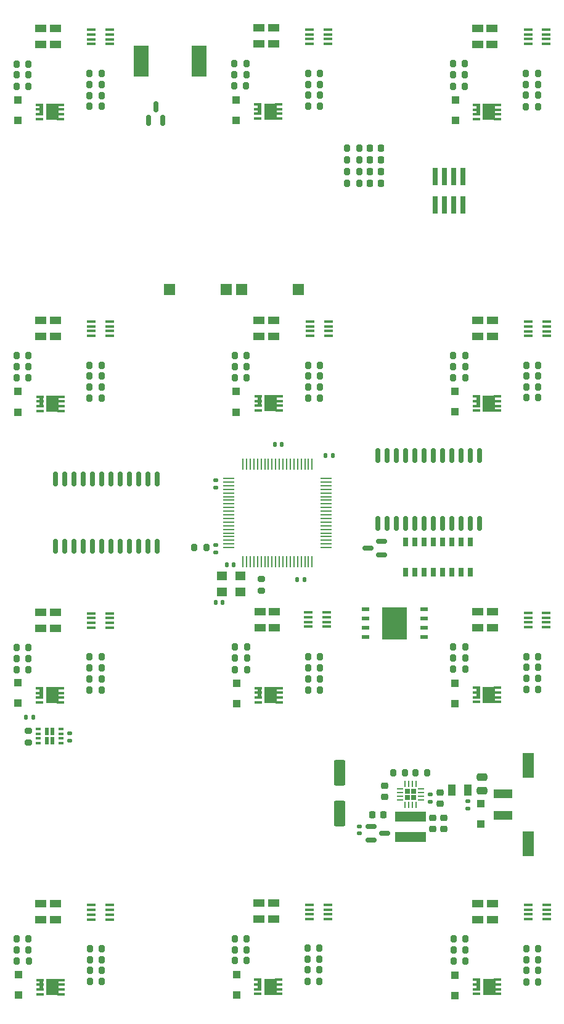
<source format=gtp>
G04 #@! TF.GenerationSoftware,KiCad,Pcbnew,6.0.10-86aedd382b~118~ubuntu20.04.1*
G04 #@! TF.CreationDate,2023-01-07T15:43:11+01:00*
G04 #@! TF.ProjectId,IOB_V3,494f425f-5633-42e6-9b69-6361645f7063,rev?*
G04 #@! TF.SameCoordinates,Original*
G04 #@! TF.FileFunction,Paste,Top*
G04 #@! TF.FilePolarity,Positive*
%FSLAX46Y46*%
G04 Gerber Fmt 4.6, Leading zero omitted, Abs format (unit mm)*
G04 Created by KiCad (PCBNEW 6.0.10-86aedd382b~118~ubuntu20.04.1) date 2023-01-07 15:43:11*
%MOMM*%
%LPD*%
G01*
G04 APERTURE LIST*
G04 Aperture macros list*
%AMRoundRect*
0 Rectangle with rounded corners*
0 $1 Rounding radius*
0 $2 $3 $4 $5 $6 $7 $8 $9 X,Y pos of 4 corners*
0 Add a 4 corners polygon primitive as box body*
4,1,4,$2,$3,$4,$5,$6,$7,$8,$9,$2,$3,0*
0 Add four circle primitives for the rounded corners*
1,1,$1+$1,$2,$3*
1,1,$1+$1,$4,$5*
1,1,$1+$1,$6,$7*
1,1,$1+$1,$8,$9*
0 Add four rect primitives between the rounded corners*
20,1,$1+$1,$2,$3,$4,$5,0*
20,1,$1+$1,$4,$5,$6,$7,0*
20,1,$1+$1,$6,$7,$8,$9,0*
20,1,$1+$1,$8,$9,$2,$3,0*%
G04 Aperture macros list end*
%ADD10RoundRect,0.062500X0.062500X-0.675000X0.062500X0.675000X-0.062500X0.675000X-0.062500X-0.675000X0*%
%ADD11RoundRect,0.062500X0.675000X-0.062500X0.675000X0.062500X-0.675000X0.062500X-0.675000X-0.062500X0*%
%ADD12R,1.200000X0.450000*%
%ADD13RoundRect,0.190000X0.190000X0.190000X-0.190000X0.190000X-0.190000X-0.190000X0.190000X-0.190000X0*%
%ADD14RoundRect,0.062500X0.325000X0.062500X-0.325000X0.062500X-0.325000X-0.062500X0.325000X-0.062500X0*%
%ADD15RoundRect,0.062500X0.062500X0.325000X-0.062500X0.325000X-0.062500X-0.325000X0.062500X-0.325000X0*%
%ADD16RoundRect,0.140000X-0.140000X-0.170000X0.140000X-0.170000X0.140000X0.170000X-0.140000X0.170000X0*%
%ADD17RoundRect,0.200000X0.200000X0.275000X-0.200000X0.275000X-0.200000X-0.275000X0.200000X-0.275000X0*%
%ADD18RoundRect,0.200000X-0.200000X-0.275000X0.200000X-0.275000X0.200000X0.275000X-0.200000X0.275000X0*%
%ADD19R,0.740000X2.400000*%
%ADD20RoundRect,0.218750X0.218750X0.256250X-0.218750X0.256250X-0.218750X-0.256250X0.218750X-0.256250X0*%
%ADD21RoundRect,0.140000X0.170000X-0.140000X0.170000X0.140000X-0.170000X0.140000X-0.170000X-0.140000X0*%
%ADD22R,1.000000X0.340000*%
%ADD23R,0.500000X1.640000*%
%ADD24R,1.710000X2.290000*%
%ADD25R,1.500000X1.000000*%
%ADD26R,1.000000X0.500000*%
%ADD27R,3.500000X4.500000*%
%ADD28R,1.100000X1.100000*%
%ADD29RoundRect,0.150000X0.587500X0.150000X-0.587500X0.150000X-0.587500X-0.150000X0.587500X-0.150000X0*%
%ADD30RoundRect,0.150000X0.150000X-0.587500X0.150000X0.587500X-0.150000X0.587500X-0.150000X-0.587500X0*%
%ADD31R,2.000000X4.200000*%
%ADD32RoundRect,0.250000X0.550000X-1.500000X0.550000X1.500000X-0.550000X1.500000X-0.550000X-1.500000X0*%
%ADD33RoundRect,0.225000X0.250000X-0.225000X0.250000X0.225000X-0.250000X0.225000X-0.250000X-0.225000X0*%
%ADD34RoundRect,0.225000X0.225000X0.250000X-0.225000X0.250000X-0.225000X-0.250000X0.225000X-0.250000X0*%
%ADD35RoundRect,0.200000X0.275000X-0.200000X0.275000X0.200000X-0.275000X0.200000X-0.275000X-0.200000X0*%
%ADD36R,0.760000X1.270000*%
%ADD37RoundRect,0.150000X-0.587500X-0.150000X0.587500X-0.150000X0.587500X0.150000X-0.587500X0.150000X0*%
%ADD38RoundRect,0.250000X0.475000X-0.250000X0.475000X0.250000X-0.475000X0.250000X-0.475000X-0.250000X0*%
%ADD39RoundRect,0.150000X-0.150000X0.875000X-0.150000X-0.875000X0.150000X-0.875000X0.150000X0.875000X0*%
%ADD40R,2.540000X1.270000*%
%ADD41R,1.650000X3.430000*%
%ADD42RoundRect,0.140000X0.140000X0.170000X-0.140000X0.170000X-0.140000X-0.170000X0.140000X-0.170000X0*%
%ADD43R,4.200000X1.400000*%
%ADD44R,0.600000X1.000000*%
%ADD45R,0.650000X0.350000*%
%ADD46R,1.500000X1.500000*%
%ADD47RoundRect,0.140000X-0.170000X0.140000X-0.170000X-0.140000X0.170000X-0.140000X0.170000X0.140000X0*%
%ADD48R,1.400000X1.200000*%
%ADD49RoundRect,0.225000X-0.250000X0.225000X-0.250000X-0.225000X0.250000X-0.225000X0.250000X0.225000X0*%
%ADD50R,1.000000X1.500000*%
G04 APERTURE END LIST*
D10*
X105250000Y-106687500D03*
X105750000Y-106687500D03*
X106250000Y-106687500D03*
X106750000Y-106687500D03*
X107250000Y-106687500D03*
X107750000Y-106687500D03*
X108250000Y-106687500D03*
X108750000Y-106687500D03*
X109250000Y-106687500D03*
X109750000Y-106687500D03*
X110250000Y-106687500D03*
X110750000Y-106687500D03*
X111250000Y-106687500D03*
X111750000Y-106687500D03*
X112250000Y-106687500D03*
X112750000Y-106687500D03*
X113250000Y-106687500D03*
X113750000Y-106687500D03*
X114250000Y-106687500D03*
X114750000Y-106687500D03*
D11*
X116687500Y-104750000D03*
X116687500Y-104250000D03*
X116687500Y-103750000D03*
X116687500Y-103250000D03*
X116687500Y-102750000D03*
X116687500Y-102250000D03*
X116687500Y-101750000D03*
X116687500Y-101250000D03*
X116687500Y-100750000D03*
X116687500Y-100250000D03*
X116687500Y-99750000D03*
X116687500Y-99250000D03*
X116687500Y-98750000D03*
X116687500Y-98250000D03*
X116687500Y-97750000D03*
X116687500Y-97250000D03*
X116687500Y-96750000D03*
X116687500Y-96250000D03*
X116687500Y-95750000D03*
X116687500Y-95250000D03*
D10*
X114750000Y-93312500D03*
X114250000Y-93312500D03*
X113750000Y-93312500D03*
X113250000Y-93312500D03*
X112750000Y-93312500D03*
X112250000Y-93312500D03*
X111750000Y-93312500D03*
X111250000Y-93312500D03*
X110750000Y-93312500D03*
X110250000Y-93312500D03*
X109750000Y-93312500D03*
X109250000Y-93312500D03*
X108750000Y-93312500D03*
X108250000Y-93312500D03*
X107750000Y-93312500D03*
X107250000Y-93312500D03*
X106750000Y-93312500D03*
X106250000Y-93312500D03*
X105750000Y-93312500D03*
X105250000Y-93312500D03*
D11*
X103312500Y-95250000D03*
X103312500Y-95750000D03*
X103312500Y-96250000D03*
X103312500Y-96750000D03*
X103312500Y-97250000D03*
X103312500Y-97750000D03*
X103312500Y-98250000D03*
X103312500Y-98750000D03*
X103312500Y-99250000D03*
X103312500Y-99750000D03*
X103312500Y-100250000D03*
X103312500Y-100750000D03*
X103312500Y-101250000D03*
X103312500Y-101750000D03*
X103312500Y-102250000D03*
X103312500Y-102750000D03*
X103312500Y-103250000D03*
X103312500Y-103750000D03*
X103312500Y-104250000D03*
X103312500Y-104750000D03*
D12*
X144460000Y-153765000D03*
X144460000Y-154415000D03*
X144460000Y-155065000D03*
X144460000Y-155715000D03*
X146960000Y-155715000D03*
X146960000Y-155065000D03*
X146960000Y-154415000D03*
X146960000Y-153765000D03*
X114420000Y-153745000D03*
X114420000Y-154395000D03*
X114420000Y-155045000D03*
X114420000Y-155695000D03*
X116920000Y-155695000D03*
X116920000Y-155045000D03*
X116920000Y-154395000D03*
X116920000Y-153745000D03*
X84430000Y-153795000D03*
X84430000Y-154445000D03*
X84430000Y-155095000D03*
X84430000Y-155745000D03*
X86930000Y-155745000D03*
X86930000Y-155095000D03*
X86930000Y-154445000D03*
X86930000Y-153795000D03*
X144410000Y-113695000D03*
X144410000Y-114345000D03*
X144410000Y-114995000D03*
X144410000Y-115645000D03*
X146910000Y-115645000D03*
X146910000Y-114995000D03*
X146910000Y-114345000D03*
X146910000Y-113695000D03*
X114240000Y-113645000D03*
X114240000Y-114295000D03*
X114240000Y-114945000D03*
X114240000Y-115595000D03*
X116740000Y-115595000D03*
X116740000Y-114945000D03*
X116740000Y-114295000D03*
X116740000Y-113645000D03*
X84450000Y-113775000D03*
X84450000Y-114425000D03*
X84450000Y-115075000D03*
X84450000Y-115725000D03*
X86950000Y-115725000D03*
X86950000Y-115075000D03*
X86950000Y-114425000D03*
X86950000Y-113775000D03*
X144440000Y-73775000D03*
X144440000Y-74425000D03*
X144440000Y-75075000D03*
X144440000Y-75725000D03*
X146940000Y-75725000D03*
X146940000Y-75075000D03*
X146940000Y-74425000D03*
X146940000Y-73775000D03*
X114470000Y-73735000D03*
X114470000Y-74385000D03*
X114470000Y-75035000D03*
X114470000Y-75685000D03*
X116970000Y-75685000D03*
X116970000Y-75035000D03*
X116970000Y-74385000D03*
X116970000Y-73735000D03*
X84440000Y-73735000D03*
X84440000Y-74385000D03*
X84440000Y-75035000D03*
X84440000Y-75685000D03*
X86940000Y-75685000D03*
X86940000Y-75035000D03*
X86940000Y-74385000D03*
X86940000Y-73735000D03*
X144410000Y-33705000D03*
X144410000Y-34355000D03*
X144410000Y-35005000D03*
X144410000Y-35655000D03*
X146910000Y-35655000D03*
X146910000Y-35005000D03*
X146910000Y-34355000D03*
X146910000Y-33705000D03*
X114420000Y-33695000D03*
X114420000Y-34345000D03*
X114420000Y-34995000D03*
X114420000Y-35645000D03*
X116920000Y-35645000D03*
X116920000Y-34995000D03*
X116920000Y-34345000D03*
X116920000Y-33695000D03*
X84450000Y-33725000D03*
X84450000Y-34375000D03*
X84450000Y-35025000D03*
X84450000Y-35675000D03*
X86950000Y-35675000D03*
X86950000Y-35025000D03*
X86950000Y-34375000D03*
X86950000Y-33725000D03*
D13*
X127835000Y-138160000D03*
X128715000Y-139040000D03*
X127835000Y-139040000D03*
X128715000Y-138160000D03*
D14*
X129737500Y-139350000D03*
X129737500Y-138850000D03*
X129737500Y-138350000D03*
X129737500Y-137850000D03*
D15*
X129025000Y-137137500D03*
X128525000Y-137137500D03*
X128025000Y-137137500D03*
X127525000Y-137137500D03*
D14*
X126812500Y-137850000D03*
X126812500Y-138350000D03*
X126812500Y-138850000D03*
X126812500Y-139350000D03*
D15*
X127525000Y-140062500D03*
X128025000Y-140062500D03*
X128525000Y-140062500D03*
X129025000Y-140062500D03*
D16*
X101520000Y-112250000D03*
X102480000Y-112250000D03*
D17*
X85850000Y-164250000D03*
X84200000Y-164250000D03*
D18*
X144175000Y-161250000D03*
X145825000Y-161250000D03*
X134125000Y-119850000D03*
X135775000Y-119850000D03*
D19*
X131670000Y-57750000D03*
X131670000Y-53850000D03*
X132940000Y-57750000D03*
X132940000Y-53850000D03*
X134210000Y-57750000D03*
X134210000Y-53850000D03*
X135480000Y-57750000D03*
X135480000Y-53850000D03*
D20*
X124237500Y-54800000D03*
X122662500Y-54800000D03*
D21*
X101500000Y-105380000D03*
X101500000Y-104420000D03*
D17*
X127525000Y-135650000D03*
X125875000Y-135650000D03*
X145825000Y-124175000D03*
X144175000Y-124175000D03*
X145775000Y-44250000D03*
X144125000Y-44250000D03*
D18*
X84175000Y-122750000D03*
X85825000Y-122750000D03*
X134125000Y-118350000D03*
X135775000Y-118350000D03*
X144175000Y-162750000D03*
X145825000Y-162750000D03*
D22*
X77290000Y-124675000D03*
X77290000Y-124025000D03*
X77290000Y-125325000D03*
D23*
X77540000Y-124675000D03*
D22*
X77290000Y-125975000D03*
X80190000Y-124025000D03*
X80190000Y-125325000D03*
X80190000Y-125975000D03*
D24*
X79035000Y-125000000D03*
D22*
X80190000Y-124675000D03*
D20*
X124237500Y-51550000D03*
X122662500Y-51550000D03*
D25*
X107450000Y-33475000D03*
X107450000Y-35675000D03*
D17*
X75775000Y-41450000D03*
X74125000Y-41450000D03*
D18*
X144125000Y-42700000D03*
X145775000Y-42700000D03*
D25*
X107625000Y-113550000D03*
X107625000Y-115750000D03*
D26*
X130100000Y-117015000D03*
X130100000Y-115745000D03*
X130100000Y-114475000D03*
X130100000Y-113205000D03*
X122100000Y-113205000D03*
X122100000Y-114475000D03*
X122100000Y-115745000D03*
X122100000Y-117015000D03*
D27*
X126100000Y-115110000D03*
D18*
X114175000Y-42700000D03*
X115825000Y-42700000D03*
D17*
X135725000Y-41450000D03*
X134075000Y-41450000D03*
D18*
X104125000Y-78400000D03*
X105775000Y-78400000D03*
X144125000Y-39700000D03*
X145775000Y-39700000D03*
D17*
X105750000Y-161400000D03*
X104100000Y-161400000D03*
D28*
X134325000Y-126125000D03*
X134325000Y-123325000D03*
D18*
X134175000Y-158450000D03*
X135825000Y-158450000D03*
D25*
X107475000Y-153525000D03*
X107475000Y-155725000D03*
D29*
X124262500Y-105775000D03*
X124262500Y-103875000D03*
X122387500Y-104825000D03*
D23*
X77540000Y-44650000D03*
D22*
X77290000Y-45300000D03*
X77290000Y-44000000D03*
X77290000Y-44650000D03*
X77290000Y-45950000D03*
D24*
X79035000Y-44975000D03*
D22*
X80190000Y-45950000D03*
X80190000Y-44650000D03*
X80190000Y-44000000D03*
X80190000Y-45300000D03*
D18*
X114175000Y-82725000D03*
X115825000Y-82725000D03*
D17*
X105800000Y-121475000D03*
X104150000Y-121475000D03*
D28*
X134400000Y-166200000D03*
X134400000Y-163400000D03*
D21*
X121275000Y-143955000D03*
X121275000Y-142995000D03*
D25*
X77500000Y-33525000D03*
X77500000Y-35725000D03*
D18*
X104075000Y-39875000D03*
X105725000Y-39875000D03*
D30*
X92325000Y-46162500D03*
X94225000Y-46162500D03*
X93275000Y-44287500D03*
D18*
X84175000Y-81225000D03*
X85825000Y-81225000D03*
X114175000Y-121225000D03*
X115825000Y-121225000D03*
X134125000Y-78400000D03*
X135775000Y-78400000D03*
D25*
X79525000Y-153575000D03*
X79525000Y-155775000D03*
D17*
X105700000Y-41425000D03*
X104050000Y-41425000D03*
D18*
X104100000Y-158400000D03*
X105750000Y-158400000D03*
D17*
X100225000Y-104750000D03*
X98575000Y-104750000D03*
D25*
X109575000Y-113550000D03*
X109575000Y-115750000D03*
D18*
X144175000Y-119700000D03*
X145825000Y-119700000D03*
D16*
X109610000Y-90600000D03*
X110570000Y-90600000D03*
D21*
X81412500Y-131205000D03*
X81412500Y-130245000D03*
D17*
X75775000Y-81475000D03*
X74125000Y-81475000D03*
D31*
X91250000Y-38000000D03*
X99250000Y-38000000D03*
D18*
X144175000Y-159750000D03*
X145825000Y-159750000D03*
D22*
X137315000Y-125275000D03*
X137315000Y-124625000D03*
D23*
X137565000Y-124625000D03*
D22*
X137315000Y-123975000D03*
X137315000Y-125925000D03*
X140215000Y-124625000D03*
X140215000Y-125925000D03*
X140215000Y-123975000D03*
X140215000Y-125275000D03*
D24*
X139060000Y-124950000D03*
D25*
X109500000Y-153525000D03*
X109500000Y-155725000D03*
D17*
X75825000Y-161475000D03*
X74175000Y-161475000D03*
D18*
X119575000Y-53175000D03*
X121225000Y-53175000D03*
D32*
X118500000Y-141250000D03*
X118500000Y-135650000D03*
D18*
X114125000Y-159700000D03*
X115775000Y-159700000D03*
D33*
X132350000Y-139875000D03*
X132350000Y-138325000D03*
D28*
X134450000Y-46125000D03*
X134450000Y-43325000D03*
D22*
X77340000Y-164050000D03*
D23*
X77590000Y-164700000D03*
D22*
X77340000Y-164700000D03*
X77340000Y-165350000D03*
X77340000Y-166000000D03*
X80240000Y-164700000D03*
D24*
X79085000Y-165025000D03*
D22*
X80240000Y-165350000D03*
X80240000Y-164050000D03*
X80240000Y-166000000D03*
D18*
X114175000Y-39700000D03*
X115825000Y-39700000D03*
D34*
X124575000Y-141400000D03*
X123025000Y-141400000D03*
D18*
X104125000Y-79925000D03*
X105775000Y-79925000D03*
D35*
X75737500Y-131500000D03*
X75737500Y-129850000D03*
D17*
X85825000Y-124250000D03*
X84175000Y-124250000D03*
D25*
X139500000Y-113500000D03*
X139500000Y-115700000D03*
X77500000Y-73550000D03*
X77500000Y-75750000D03*
D18*
X144175000Y-122650000D03*
X145825000Y-122650000D03*
X114125000Y-162675000D03*
X115775000Y-162675000D03*
D22*
X107290000Y-43950000D03*
D23*
X107540000Y-44600000D03*
D22*
X107290000Y-44600000D03*
X107290000Y-45250000D03*
X107290000Y-45900000D03*
D24*
X109035000Y-44925000D03*
D22*
X110190000Y-45250000D03*
X110190000Y-44600000D03*
X110190000Y-45900000D03*
X110190000Y-43950000D03*
D18*
X144175000Y-121175000D03*
X145825000Y-121175000D03*
D17*
X145825000Y-84200000D03*
X144175000Y-84200000D03*
D18*
X84175000Y-39750000D03*
X85825000Y-39750000D03*
D36*
X127605000Y-108100000D03*
X128875000Y-108100000D03*
X130145000Y-108100000D03*
X131415000Y-108100000D03*
X132685000Y-108100000D03*
X133955000Y-108100000D03*
X135225000Y-108100000D03*
X136495000Y-108100000D03*
X136495000Y-104000000D03*
X135225000Y-104000000D03*
X133955000Y-104000000D03*
X132685000Y-104000000D03*
X131415000Y-104000000D03*
X130145000Y-104000000D03*
X128875000Y-104000000D03*
X127605000Y-104000000D03*
D17*
X135775000Y-81450000D03*
X134125000Y-81450000D03*
D22*
X77340000Y-84700000D03*
X77340000Y-84050000D03*
X77340000Y-85350000D03*
D23*
X77590000Y-84700000D03*
D22*
X77340000Y-86000000D03*
X80240000Y-84050000D03*
X80240000Y-84700000D03*
X80240000Y-86000000D03*
D24*
X79085000Y-85025000D03*
D22*
X80240000Y-85350000D03*
D18*
X84200000Y-162750000D03*
X85850000Y-162750000D03*
X74150000Y-159950000D03*
X75800000Y-159950000D03*
X119575000Y-51550000D03*
X121225000Y-51550000D03*
D17*
X115775000Y-164225000D03*
X114125000Y-164225000D03*
X145825000Y-164300000D03*
X144175000Y-164300000D03*
D25*
X139475000Y-33525000D03*
X139475000Y-35725000D03*
D18*
X74125000Y-39900000D03*
X75775000Y-39900000D03*
D37*
X122812500Y-142975000D03*
X122812500Y-144875000D03*
X124687500Y-143925000D03*
D18*
X119580000Y-49915000D03*
X121230000Y-49915000D03*
X144175000Y-82725000D03*
X145825000Y-82725000D03*
D17*
X115825000Y-44200000D03*
X114175000Y-44200000D03*
D25*
X79475000Y-73550000D03*
X79475000Y-75750000D03*
X139500000Y-73550000D03*
X139500000Y-75750000D03*
D38*
X138100000Y-138125000D03*
X138100000Y-136225000D03*
D18*
X134075000Y-39850000D03*
X135725000Y-39850000D03*
X144175000Y-79725000D03*
X145825000Y-79725000D03*
X74125000Y-78400000D03*
X75775000Y-78400000D03*
D28*
X134350000Y-86100000D03*
X134350000Y-83300000D03*
D18*
X74125000Y-38400000D03*
X75775000Y-38400000D03*
D28*
X74450000Y-166150000D03*
X74450000Y-163350000D03*
X74300000Y-126100000D03*
X74300000Y-123300000D03*
D25*
X137500000Y-113500000D03*
X137500000Y-115700000D03*
D20*
X124237500Y-53175000D03*
X122662500Y-53175000D03*
D39*
X137735000Y-92100000D03*
X136465000Y-92100000D03*
X135195000Y-92100000D03*
X133925000Y-92100000D03*
X132655000Y-92100000D03*
X131385000Y-92100000D03*
X130115000Y-92100000D03*
X128845000Y-92100000D03*
X127575000Y-92100000D03*
X126305000Y-92100000D03*
X125035000Y-92100000D03*
X123765000Y-92100000D03*
X123765000Y-101400000D03*
X125035000Y-101400000D03*
X126305000Y-101400000D03*
X127575000Y-101400000D03*
X128845000Y-101400000D03*
X130115000Y-101400000D03*
X131385000Y-101400000D03*
X132655000Y-101400000D03*
X133925000Y-101400000D03*
X135195000Y-101400000D03*
X136465000Y-101400000D03*
X137735000Y-101400000D03*
D18*
X74150000Y-158450000D03*
X75800000Y-158450000D03*
X84225000Y-159750000D03*
X85875000Y-159750000D03*
X104150000Y-118400000D03*
X105800000Y-118400000D03*
D17*
X115825000Y-84250000D03*
X114175000Y-84250000D03*
D18*
X84175000Y-121250000D03*
X85825000Y-121250000D03*
D17*
X75775000Y-121500000D03*
X74125000Y-121500000D03*
D40*
X140980000Y-138500000D03*
X140980000Y-141500000D03*
D41*
X144400000Y-134615000D03*
X144400000Y-145385000D03*
D22*
X107315000Y-83975000D03*
X107315000Y-84625000D03*
D23*
X107565000Y-84625000D03*
D22*
X107315000Y-85275000D03*
X107315000Y-85925000D03*
X110215000Y-83975000D03*
X110215000Y-85275000D03*
X110215000Y-85925000D03*
X110215000Y-84625000D03*
D24*
X109060000Y-84950000D03*
D25*
X79500000Y-113600000D03*
X79500000Y-115800000D03*
D18*
X114175000Y-41225000D03*
X115825000Y-41225000D03*
D42*
X76417500Y-128000000D03*
X75457500Y-128000000D03*
D43*
X128275000Y-141650000D03*
X128275000Y-144450000D03*
D17*
X85825000Y-84250000D03*
X84175000Y-84250000D03*
D25*
X137500000Y-153600000D03*
X137500000Y-155800000D03*
D33*
X124725000Y-138975000D03*
X124725000Y-137425000D03*
D18*
X74150000Y-79900000D03*
X75800000Y-79900000D03*
D17*
X115825000Y-124250000D03*
X114175000Y-124250000D03*
X85825000Y-44225000D03*
X84175000Y-44225000D03*
D44*
X79075000Y-130000000D03*
X78300000Y-131200000D03*
X78300000Y-130000000D03*
X79075000Y-131200000D03*
D45*
X80237500Y-131575000D03*
X80237500Y-130925000D03*
X80237500Y-130275000D03*
X80237500Y-129625000D03*
X77137500Y-129625000D03*
X77137500Y-130275000D03*
X77137500Y-130925000D03*
X77137500Y-131575000D03*
D28*
X104350000Y-166125000D03*
X104350000Y-163325000D03*
D18*
X144125000Y-41200000D03*
X145775000Y-41200000D03*
X134125000Y-79900000D03*
X135775000Y-79900000D03*
D17*
X105775000Y-81475000D03*
X104125000Y-81475000D03*
D16*
X116620000Y-92100000D03*
X117580000Y-92100000D03*
D25*
X79475000Y-33550000D03*
X79475000Y-35750000D03*
X107475000Y-73550000D03*
X107475000Y-75750000D03*
D18*
X128925000Y-135650000D03*
X130575000Y-135650000D03*
X74125000Y-119950000D03*
X75775000Y-119950000D03*
X84175000Y-79725000D03*
X85825000Y-79725000D03*
D25*
X137475000Y-73550000D03*
X137475000Y-75750000D03*
D21*
X101500000Y-96480000D03*
X101500000Y-95520000D03*
D18*
X134075000Y-38350000D03*
X135725000Y-38350000D03*
D28*
X104375000Y-126125000D03*
X104375000Y-123325000D03*
D21*
X130975000Y-139580000D03*
X130975000Y-138620000D03*
D25*
X109450000Y-33475000D03*
X109450000Y-35675000D03*
X139500000Y-153600000D03*
X139500000Y-155800000D03*
D18*
X114125000Y-161200000D03*
X115775000Y-161200000D03*
X84175000Y-82700000D03*
X85825000Y-82700000D03*
D46*
X102925000Y-69300000D03*
X95125000Y-69300000D03*
D25*
X137500000Y-33525000D03*
X137500000Y-35725000D03*
D28*
X104300000Y-46150000D03*
X104300000Y-43350000D03*
D22*
X137315000Y-45325000D03*
D23*
X137565000Y-44675000D03*
D22*
X137315000Y-44025000D03*
X137315000Y-44675000D03*
X137315000Y-45975000D03*
D24*
X139060000Y-45000000D03*
D22*
X140215000Y-44675000D03*
X140215000Y-44025000D03*
X140215000Y-45975000D03*
X140215000Y-45325000D03*
D28*
X74325000Y-86150000D03*
X74325000Y-83350000D03*
D18*
X104100000Y-159900000D03*
X105750000Y-159900000D03*
D25*
X77500000Y-113600000D03*
X77500000Y-115800000D03*
D47*
X136150000Y-139570000D03*
X136150000Y-140530000D03*
D18*
X84175000Y-119750000D03*
X85825000Y-119750000D03*
D23*
X137590000Y-164675000D03*
D22*
X137340000Y-164025000D03*
X137340000Y-165325000D03*
X137340000Y-164675000D03*
X137340000Y-165975000D03*
X140240000Y-165325000D03*
X140240000Y-164675000D03*
X140240000Y-164025000D03*
X140240000Y-165975000D03*
D24*
X139085000Y-165000000D03*
D48*
X102380000Y-110850000D03*
X104920000Y-110850000D03*
X104920000Y-108650000D03*
X102380000Y-108650000D03*
D49*
X131325000Y-141825000D03*
X131325000Y-143375000D03*
D50*
X136125000Y-138025000D03*
X133925000Y-138025000D03*
D22*
X137305000Y-84025000D03*
X137305000Y-84675000D03*
D23*
X137555000Y-84675000D03*
D22*
X137305000Y-85325000D03*
X137305000Y-85975000D03*
X140205000Y-84025000D03*
X140205000Y-85975000D03*
X140205000Y-85325000D03*
X140205000Y-84675000D03*
D24*
X139050000Y-85000000D03*
D18*
X144175000Y-81225000D03*
X145825000Y-81225000D03*
X104150000Y-119875000D03*
X105800000Y-119875000D03*
D20*
X124237500Y-49925000D03*
X122662500Y-49925000D03*
D18*
X114175000Y-81225000D03*
X115825000Y-81225000D03*
D25*
X77500000Y-153575000D03*
X77500000Y-155775000D03*
D28*
X137900000Y-139875000D03*
X137900000Y-142675000D03*
D18*
X114175000Y-119725000D03*
X115825000Y-119725000D03*
D28*
X74325000Y-46125000D03*
X74325000Y-43325000D03*
D18*
X84175000Y-41250000D03*
X85825000Y-41250000D03*
D17*
X135825000Y-161500000D03*
X134175000Y-161500000D03*
D49*
X132875000Y-141825000D03*
X132875000Y-143375000D03*
D42*
X103980000Y-107100000D03*
X103020000Y-107100000D03*
D18*
X104075000Y-38350000D03*
X105725000Y-38350000D03*
X119575000Y-54800000D03*
X121225000Y-54800000D03*
D25*
X109500000Y-73550000D03*
X109500000Y-75750000D03*
D22*
X107290000Y-165325000D03*
D23*
X107540000Y-164675000D03*
D22*
X107290000Y-164675000D03*
X107290000Y-164025000D03*
X107290000Y-165975000D03*
X110190000Y-164025000D03*
X110190000Y-165325000D03*
X110190000Y-164675000D03*
D24*
X109035000Y-165000000D03*
D22*
X110190000Y-165975000D03*
D18*
X134175000Y-159950000D03*
X135825000Y-159950000D03*
D22*
X107315000Y-124000000D03*
X107315000Y-125300000D03*
D23*
X107565000Y-124650000D03*
D22*
X107315000Y-124650000D03*
X107315000Y-125950000D03*
X110215000Y-124650000D03*
D24*
X109060000Y-124975000D03*
D22*
X110215000Y-124000000D03*
X110215000Y-125300000D03*
X110215000Y-125950000D03*
D18*
X84175000Y-42750000D03*
X85825000Y-42750000D03*
X114175000Y-122725000D03*
X115825000Y-122725000D03*
X84225000Y-161250000D03*
X85875000Y-161250000D03*
D28*
X104325000Y-86150000D03*
X104325000Y-83350000D03*
D35*
X107790000Y-110685000D03*
X107790000Y-109035000D03*
D42*
X113680000Y-109100000D03*
X112720000Y-109100000D03*
D39*
X93485000Y-95300000D03*
X92215000Y-95300000D03*
X90945000Y-95300000D03*
X89675000Y-95300000D03*
X88405000Y-95300000D03*
X87135000Y-95300000D03*
X85865000Y-95300000D03*
X84595000Y-95300000D03*
X83325000Y-95300000D03*
X82055000Y-95300000D03*
X80785000Y-95300000D03*
X79515000Y-95300000D03*
X79515000Y-104600000D03*
X80785000Y-104600000D03*
X82055000Y-104600000D03*
X83325000Y-104600000D03*
X84595000Y-104600000D03*
X85865000Y-104600000D03*
X87135000Y-104600000D03*
X88405000Y-104600000D03*
X89675000Y-104600000D03*
X90945000Y-104600000D03*
X92215000Y-104600000D03*
X93485000Y-104600000D03*
D17*
X135775000Y-121400000D03*
X134125000Y-121400000D03*
D18*
X114175000Y-79750000D03*
X115825000Y-79750000D03*
D46*
X105050000Y-69300000D03*
X112850000Y-69300000D03*
D18*
X74125000Y-118450000D03*
X75775000Y-118450000D03*
M02*

</source>
